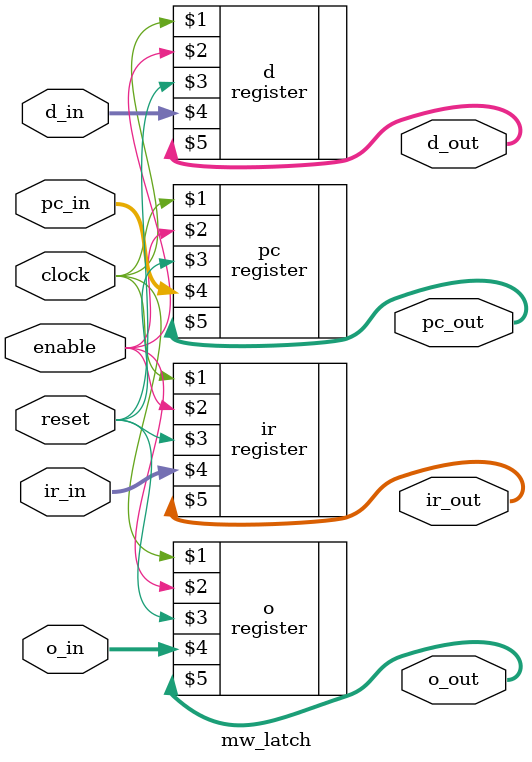
<source format=v>
module mw_latch(pc_out, o_out, d_out, ir_out, clock, enable, reset, pc_in, o_in, d_in, ir_in);
    // Inputs
    input[31:0] pc_in, o_in, d_in, ir_in;
    input clock, enable, reset;

    // Outputs
    output[31:0] pc_out, o_out, d_out, ir_out;

    // Registers for each value needed to store
    register pc(clock, enable, reset, pc_in, pc_out);
    register o(clock, enable, reset, o_in, o_out);
    register d(clock, enable, reset, d_in, d_out);
    register ir(clock, enable, reset, ir_in, ir_out);

endmodule
</source>
